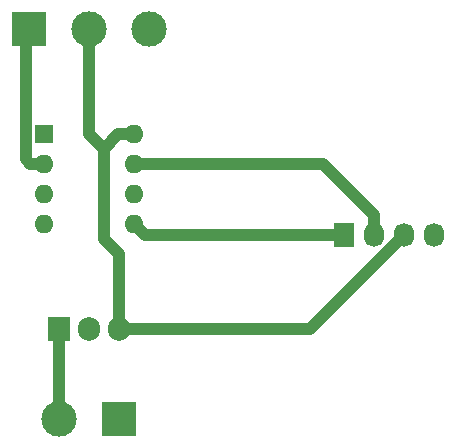
<source format=gbr>
%TF.GenerationSoftware,KiCad,Pcbnew,(6.0.9)*%
%TF.CreationDate,2022-10-31T18:23:02-05:00*%
%TF.ProjectId,rotary-compresion-tool,726f7461-7279-42d6-936f-6d7072657369,rev?*%
%TF.SameCoordinates,Original*%
%TF.FileFunction,Copper,L1,Top*%
%TF.FilePolarity,Positive*%
%FSLAX46Y46*%
G04 Gerber Fmt 4.6, Leading zero omitted, Abs format (unit mm)*
G04 Created by KiCad (PCBNEW (6.0.9)) date 2022-10-31 18:23:02*
%MOMM*%
%LPD*%
G01*
G04 APERTURE LIST*
%TA.AperFunction,ComponentPad*%
%ADD10R,1.600000X1.600000*%
%TD*%
%TA.AperFunction,ComponentPad*%
%ADD11O,1.600000X1.600000*%
%TD*%
%TA.AperFunction,ComponentPad*%
%ADD12R,1.905000X2.000000*%
%TD*%
%TA.AperFunction,ComponentPad*%
%ADD13O,1.905000X2.000000*%
%TD*%
%TA.AperFunction,ComponentPad*%
%ADD14R,3.000000X3.000000*%
%TD*%
%TA.AperFunction,ComponentPad*%
%ADD15C,3.000000*%
%TD*%
%TA.AperFunction,ComponentPad*%
%ADD16R,1.730000X2.030000*%
%TD*%
%TA.AperFunction,ComponentPad*%
%ADD17O,1.730000X2.030000*%
%TD*%
%TA.AperFunction,Conductor*%
%ADD18C,1.000000*%
%TD*%
G04 APERTURE END LIST*
D10*
%TO.P,U2,1,~{RESET}/PB5*%
%TO.N,unconnected-(U2-Pad1)*%
X148600000Y-69860000D03*
D11*
%TO.P,U2,2,XTAL1/PB3*%
%TO.N,Net-(J3-Pad1)*%
X148600000Y-72400000D03*
%TO.P,U2,3,XTAL2/PB4*%
%TO.N,unconnected-(U2-Pad3)*%
X148600000Y-74940000D03*
%TO.P,U2,4,GND*%
%TO.N,GND*%
X148600000Y-77480000D03*
%TO.P,U2,5,AREF/PB0*%
%TO.N,Net-(J2-Pad1)*%
X156220000Y-77480000D03*
%TO.P,U2,6,PB1*%
%TO.N,unconnected-(U2-Pad6)*%
X156220000Y-74940000D03*
%TO.P,U2,7,PB2*%
%TO.N,Net-(J2-Pad2)*%
X156220000Y-72400000D03*
%TO.P,U2,8,VCC*%
%TO.N,Net-(J2-Pad3)*%
X156220000Y-69860000D03*
%TD*%
D12*
%TO.P,U1,1,VI*%
%TO.N,+9V*%
X149860000Y-86360000D03*
D13*
%TO.P,U1,2,GND*%
%TO.N,GND*%
X152400000Y-86360000D03*
%TO.P,U1,3,VO*%
%TO.N,Net-(J2-Pad3)*%
X154940000Y-86360000D03*
%TD*%
D14*
%TO.P,J3,1,Pin_1*%
%TO.N,Net-(J3-Pad1)*%
X147320000Y-60960000D03*
D15*
%TO.P,J3,2,Pin_2*%
%TO.N,Net-(J2-Pad3)*%
X152400000Y-60960000D03*
%TO.P,J3,3,Pin_3*%
%TO.N,GND*%
X157480000Y-60960000D03*
%TD*%
D16*
%TO.P,J2,1,Pin_1*%
%TO.N,Net-(J2-Pad1)*%
X174000000Y-78440000D03*
D17*
%TO.P,J2,2,Pin_2*%
%TO.N,Net-(J2-Pad2)*%
X176540000Y-78440000D03*
%TO.P,J2,3,Pin_3*%
%TO.N,Net-(J2-Pad3)*%
X179080000Y-78440000D03*
%TO.P,J2,4,Pin_4*%
%TO.N,GND*%
X181620000Y-78440000D03*
%TD*%
D14*
%TO.P,J1,1,Pin_1*%
%TO.N,GND*%
X154940000Y-93980000D03*
D15*
%TO.P,J1,2,Pin_2*%
%TO.N,+9V*%
X149860000Y-93980000D03*
%TD*%
D18*
%TO.N,Net-(J3-Pad1)*%
X147100000Y-61180000D02*
X147320000Y-60960000D01*
X147100000Y-72031370D02*
X147100000Y-61180000D01*
X147468630Y-72400000D02*
X147100000Y-72031370D01*
X148600000Y-72400000D02*
X147468630Y-72400000D01*
%TO.N,Net-(J2-Pad3)*%
X152400000Y-69850000D02*
X153670000Y-71120000D01*
X152400000Y-60960000D02*
X152400000Y-69850000D01*
%TO.N,Net-(J2-Pad1)*%
X157180000Y-78440000D02*
X156220000Y-77480000D01*
X174000000Y-78440000D02*
X157180000Y-78440000D01*
%TO.N,Net-(J2-Pad2)*%
X176540000Y-76725000D02*
X176540000Y-78440000D01*
X172215000Y-72400000D02*
X176540000Y-76725000D01*
X156220000Y-72400000D02*
X172215000Y-72400000D01*
%TO.N,Net-(J2-Pad3)*%
X171160000Y-86360000D02*
X179080000Y-78440000D01*
X154940000Y-86360000D02*
X171160000Y-86360000D01*
X153670000Y-71120000D02*
X154930000Y-69860000D01*
X153670000Y-78740000D02*
X153670000Y-71120000D01*
X154940000Y-80010000D02*
X153670000Y-78740000D01*
X154940000Y-86360000D02*
X154940000Y-80010000D01*
X154930000Y-69860000D02*
X156220000Y-69860000D01*
%TO.N,+9V*%
X149860000Y-93980000D02*
X149860000Y-86360000D01*
%TD*%
M02*

</source>
